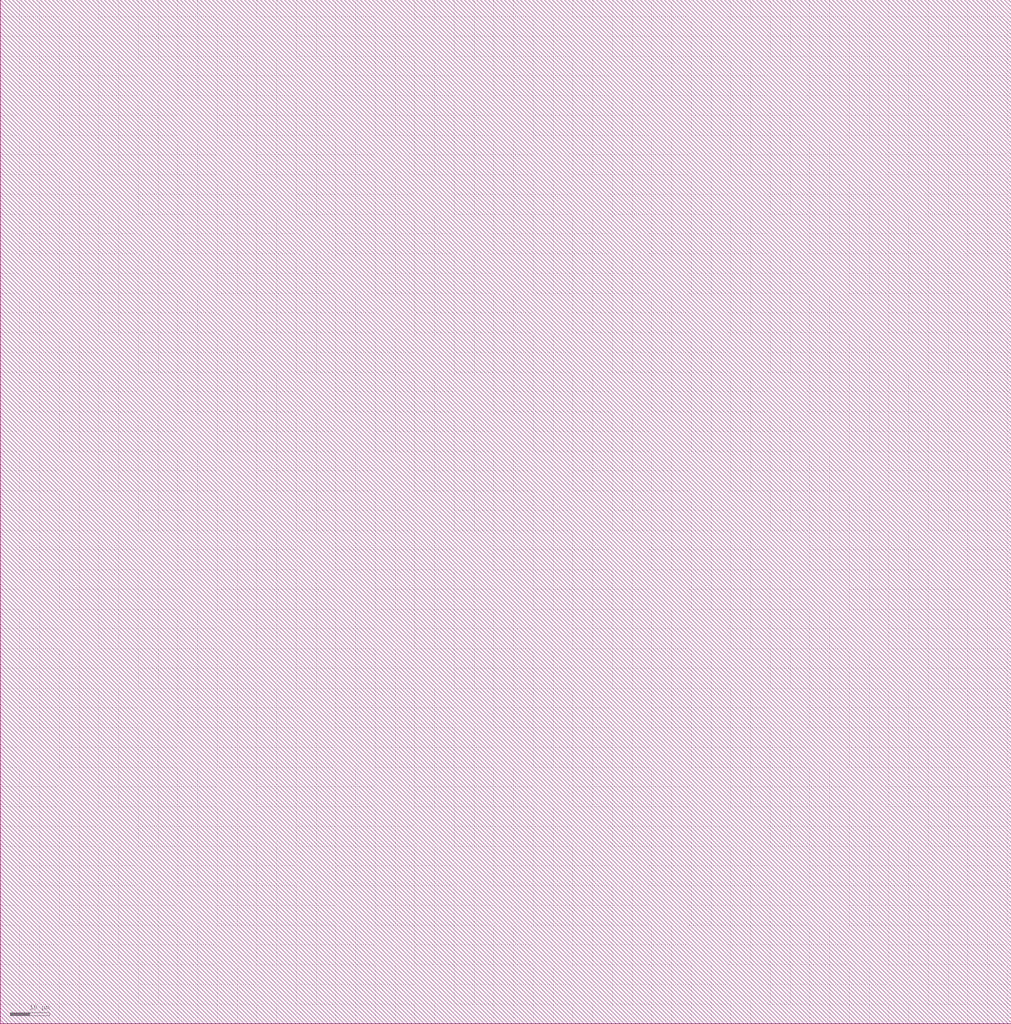
<source format=lef>
VERSION 5.6 ;

BUSBITCHARS "[]" ;

DIVIDERCHAR "/" ;

UNITS
    DATABASE MICRONS 1000 ;
END UNITS

MANUFACTURINGGRID 0.005000 ; 

CLEARANCEMEASURE EUCLIDEAN ; 

USEMINSPACING OBS ON ; 

SITE CoreSite
    CLASS CORE ;
    SIZE 0.540000 BY 0.900000 ;
END CoreSite

LAYER m1
   TYPE ROUTING ;
   DIRECTION VERTICAL ;
   MINWIDTH 0.270000 ;
   WIDTH 0.270000 ;
   SPACINGTABLE
      PARALLELRUNLENGTH 0.0
      WIDTH 0.0 0.270000 ;
   PITCH 0.540000 0.540000 ;
END m1

LAYER v1
    TYPE CUT ;
    SPACING 0.270000 ;
    WIDTH 0.270000 ;
    ENCLOSURE ABOVE 0.090000 0.090000 ;
    ENCLOSURE BELOW 0.090000 0.090000 ;
END v1

LAYER m2
   TYPE ROUTING ;
   DIRECTION HORIZONTAL ;
   MINWIDTH 0.450000 ;
   WIDTH 0.450000 ;
   SPACINGTABLE
      PARALLELRUNLENGTH 0.0
      WIDTH 0.0 0.450000 ;
   PITCH 0.900000 0.900000 ;
END m2

LAYER v2
    TYPE CUT ;
    SPACING 0.270000 ;
    WIDTH 0.270000 ;
    ENCLOSURE ABOVE 0.090000 0.090000 ;
    ENCLOSURE BELOW 0.090000 0.090000 ;
END v2

LAYER m3
   TYPE ROUTING ;
   DIRECTION VERTICAL ;
   MINWIDTH 0.450000 ;
   WIDTH 0.450000 ;
   SPACINGTABLE
      PARALLELRUNLENGTH 0.0
      WIDTH 0.0 0.450000 ;
   PITCH 0.900000 0.900000 ;
END m3

LAYER v3
    TYPE CUT ;
    SPACING 0.270000 ;
    WIDTH 0.270000 ;
    ENCLOSURE ABOVE 0.090000 0.090000 ;
    ENCLOSURE BELOW 0.090000 0.090000 ;
END v3

LAYER m4
   TYPE ROUTING ;
   DIRECTION HORIZONTAL ;
   MINWIDTH 0.450000 ;
   WIDTH 0.450000 ;
   SPACINGTABLE
      PARALLELRUNLENGTH 0.0
      WIDTH 0.0 0.450000 ;
   PITCH 0.900000 0.900000 ;
END m4

LAYER v4
    TYPE CUT ;
    SPACING 0.270000 ;
    WIDTH 0.270000 ;
    ENCLOSURE ABOVE 0.090000 0.090000 ;
    ENCLOSURE BELOW 0.090000 0.090000 ;
END v4

LAYER m5
   TYPE ROUTING ;
   DIRECTION VERTICAL ;
   MINWIDTH 0.450000 ;
   WIDTH 0.450000 ;
   SPACINGTABLE
      PARALLELRUNLENGTH 0.0
      WIDTH 0.0 0.450000 ;
   PITCH 0.900000 0.900000 ;
END m5

LAYER v5
    TYPE CUT ;
    SPACING 0.270000 ;
    WIDTH 0.270000 ;
    ENCLOSURE ABOVE 0.090000 0.090000 ;
    ENCLOSURE BELOW 0.090000 0.090000 ;
END v5

LAYER m6
   TYPE ROUTING ;
   DIRECTION HORIZONTAL ;
   MINWIDTH 0.450000 ;
   WIDTH 0.450000 ;
   SPACINGTABLE
      PARALLELRUNLENGTH 0.0
      WIDTH 0.0 0.450000 ;
   PITCH 0.900000 0.900000 ;
END m6

LAYER OVERLAP
   TYPE OVERLAP ;
END OVERLAP

VIA v1_C DEFAULT
   LAYER m1 ;
     RECT -0.225000 -0.225000 0.225000 0.225000 ;
   LAYER v1 ;
     RECT -0.135000 -0.135000 0.135000 0.135000 ;
   LAYER m2 ;
     RECT -0.225000 -0.225000 0.225000 0.225000 ;
END v1_C

VIA v1_Ch
   LAYER m1 ;
     RECT -0.225000 -0.225000 0.225000 0.225000 ;
   LAYER v1 ;
     RECT -0.135000 -0.135000 0.135000 0.135000 ;
   LAYER m2 ;
     RECT -0.225000 -0.225000 0.225000 0.225000 ;
END v1_Ch

VIA v1_Cv
   LAYER m1 ;
     RECT -0.225000 -0.225000 0.225000 0.225000 ;
   LAYER v1 ;
     RECT -0.135000 -0.135000 0.135000 0.135000 ;
   LAYER m2 ;
     RECT -0.225000 -0.225000 0.225000 0.225000 ;
END v1_Cv

VIA v2_C DEFAULT
   LAYER m2 ;
     RECT -0.225000 -0.225000 0.225000 0.225000 ;
   LAYER v2 ;
     RECT -0.135000 -0.135000 0.135000 0.135000 ;
   LAYER m3 ;
     RECT -0.225000 -0.225000 0.225000 0.225000 ;
END v2_C

VIA v2_Ch
   LAYER m2 ;
     RECT -0.225000 -0.225000 0.225000 0.225000 ;
   LAYER v2 ;
     RECT -0.135000 -0.135000 0.135000 0.135000 ;
   LAYER m3 ;
     RECT -0.225000 -0.225000 0.225000 0.225000 ;
END v2_Ch

VIA v2_Cv
   LAYER m2 ;
     RECT -0.225000 -0.225000 0.225000 0.225000 ;
   LAYER v2 ;
     RECT -0.135000 -0.135000 0.135000 0.135000 ;
   LAYER m3 ;
     RECT -0.225000 -0.225000 0.225000 0.225000 ;
END v2_Cv

VIA v3_C DEFAULT
   LAYER m3 ;
     RECT -0.225000 -0.225000 0.225000 0.225000 ;
   LAYER v3 ;
     RECT -0.135000 -0.135000 0.135000 0.135000 ;
   LAYER m4 ;
     RECT -0.225000 -0.225000 0.225000 0.225000 ;
END v3_C

VIA v3_Ch
   LAYER m3 ;
     RECT -0.225000 -0.225000 0.225000 0.225000 ;
   LAYER v3 ;
     RECT -0.135000 -0.135000 0.135000 0.135000 ;
   LAYER m4 ;
     RECT -0.225000 -0.225000 0.225000 0.225000 ;
END v3_Ch

VIA v3_Cv
   LAYER m3 ;
     RECT -0.225000 -0.225000 0.225000 0.225000 ;
   LAYER v3 ;
     RECT -0.135000 -0.135000 0.135000 0.135000 ;
   LAYER m4 ;
     RECT -0.225000 -0.225000 0.225000 0.225000 ;
END v3_Cv

VIA v4_C DEFAULT
   LAYER m4 ;
     RECT -0.225000 -0.225000 0.225000 0.225000 ;
   LAYER v4 ;
     RECT -0.135000 -0.135000 0.135000 0.135000 ;
   LAYER m5 ;
     RECT -0.225000 -0.225000 0.225000 0.225000 ;
END v4_C

VIA v4_Ch
   LAYER m4 ;
     RECT -0.225000 -0.225000 0.225000 0.225000 ;
   LAYER v4 ;
     RECT -0.135000 -0.135000 0.135000 0.135000 ;
   LAYER m5 ;
     RECT -0.225000 -0.225000 0.225000 0.225000 ;
END v4_Ch

VIA v4_Cv
   LAYER m4 ;
     RECT -0.225000 -0.225000 0.225000 0.225000 ;
   LAYER v4 ;
     RECT -0.135000 -0.135000 0.135000 0.135000 ;
   LAYER m5 ;
     RECT -0.225000 -0.225000 0.225000 0.225000 ;
END v4_Cv

VIA v5_C DEFAULT
   LAYER m5 ;
     RECT -0.225000 -0.225000 0.225000 0.225000 ;
   LAYER v5 ;
     RECT -0.135000 -0.135000 0.135000 0.135000 ;
   LAYER m6 ;
     RECT -0.225000 -0.225000 0.225000 0.225000 ;
END v5_C

VIA v5_Ch
   LAYER m5 ;
     RECT -0.225000 -0.225000 0.225000 0.225000 ;
   LAYER v5 ;
     RECT -0.135000 -0.135000 0.135000 0.135000 ;
   LAYER m6 ;
     RECT -0.225000 -0.225000 0.225000 0.225000 ;
END v5_Ch

VIA v5_Cv
   LAYER m5 ;
     RECT -0.225000 -0.225000 0.225000 0.225000 ;
   LAYER v5 ;
     RECT -0.135000 -0.135000 0.135000 0.135000 ;
   LAYER m6 ;
     RECT -0.225000 -0.225000 0.225000 0.225000 ;
END v5_Cv

MACRO _0_0std_0_0cells_0_0AND2X1
    CLASS CORE ;
    FOREIGN _0_0std_0_0cells_0_0AND2X1 0.000000 0.000000 ;
    ORIGIN 0.000000 0.000000 ;
    SIZE 4.320000 BY 7.200000 ;
    SYMMETRY X Y ;
    SITE CoreSite ;
    PIN A
        DIRECTION INPUT ;
        USE SIGNAL ;
        PORT
        LAYER m1 ;
        RECT 0.540000 6.030000 0.810000 6.300000 ;
        RECT 0.540000 5.940000 0.900000 6.030000 ;
        RECT 0.540000 5.760000 0.630000 5.940000 ;
        RECT 0.540000 5.670000 0.900000 5.760000 ;
        RECT 0.630000 5.760000 0.810000 5.940000 ;
        RECT 0.810000 5.760000 0.900000 5.940000 ;
        END
        ANTENNAGATEAREA 0.291600 ;
    END A
    PIN B
        DIRECTION INPUT ;
        USE SIGNAL ;
        PORT
        LAYER m1 ;
        RECT 2.610000 6.030000 2.970000 6.120000 ;
        RECT 2.610000 5.850000 2.700000 6.030000 ;
        RECT 2.610000 5.760000 2.970000 5.850000 ;
        RECT 2.700000 6.120000 2.970000 6.300000 ;
        RECT 2.700000 5.850000 2.880000 6.030000 ;
        RECT 2.880000 5.850000 2.970000 6.030000 ;
        END
        ANTENNAGATEAREA 0.291600 ;
    END B
    PIN Y
        DIRECTION OUTPUT ;
        USE SIGNAL ;
        PORT
        LAYER m1 ;
        RECT 2.700000 0.990000 2.970000 1.980000 ;
        RECT 2.700000 1.980000 3.060000 2.520000 ;
        RECT 2.700000 2.520000 2.790000 2.700000 ;
        RECT 2.790000 2.520000 2.970000 2.700000 ;
        RECT 2.970000 2.520000 3.060000 2.700000 ;
        RECT 2.700000 4.590000 3.060000 4.680000 ;
        RECT 2.700000 4.410000 2.790000 4.590000 ;
        RECT 2.700000 4.320000 3.060000 4.410000 ;
        RECT 2.700000 2.790000 2.970000 4.320000 ;
        RECT 2.700000 2.700000 3.060000 2.790000 ;
        RECT 2.790000 4.410000 2.970000 4.590000 ;
        RECT 2.970000 4.410000 3.060000 4.590000 ;
        END
        ANTENNADIFFAREA 0.631800 ;
    END Y
    PIN Vdd
        DIRECTION INPUT ;
        USE POWER ;
        PORT
        LAYER m1 ;
        RECT 0.720000 4.950000 1.080000 5.040000 ;
        RECT 0.720000 4.770000 0.810000 4.950000 ;
        RECT 0.720000 4.680000 1.080000 4.770000 ;
        RECT 0.810000 5.130000 2.250000 5.400000 ;
        RECT 0.810000 5.040000 1.080000 5.130000 ;
        RECT 0.810000 4.770000 0.990000 4.950000 ;
        RECT 0.990000 4.770000 1.080000 4.950000 ;
        RECT 1.350000 5.760000 1.890000 6.030000 ;
        RECT 1.350000 5.400000 1.620000 5.760000 ;
        RECT 1.620000 6.030000 1.890000 6.300000 ;
        RECT 1.980000 5.040000 2.250000 5.130000 ;
        RECT 1.980000 4.950000 2.340000 5.040000 ;
        RECT 1.980000 4.770000 2.070000 4.950000 ;
        RECT 1.980000 4.680000 2.340000 4.770000 ;
        RECT 2.070000 4.770000 2.250000 4.950000 ;
        RECT 2.250000 4.770000 2.340000 4.950000 ;
        END
        ANTENNADIFFAREA 0.777600 ;
    END Vdd
    PIN GND
        DIRECTION INPUT ;
        USE GROUND ;
        PORT
        LAYER m1 ;
        RECT 1.980000 2.520000 2.430000 2.610000 ;
        RECT 1.980000 2.880000 2.430000 2.970000 ;
        RECT 1.980000 2.610000 2.070000 2.880000 ;
        RECT 2.070000 2.790000 2.340000 2.880000 ;
        RECT 2.070000 2.610000 2.160000 2.790000 ;
        RECT 2.160000 2.610000 2.340000 2.790000 ;
        RECT 3.330000 2.610000 3.420000 2.880000 ;
        RECT 3.330000 2.520000 3.780000 2.610000 ;
        RECT 2.340000 2.610000 2.430000 2.880000 ;
        RECT 3.420000 2.610000 3.690000 2.880000 ;
        RECT 3.690000 2.610000 3.780000 2.880000 ;
        RECT 3.510000 6.030000 4.050000 6.300000 ;
        RECT 3.330000 2.880000 3.780000 2.970000 ;
        RECT 3.510000 2.970000 3.780000 6.030000 ;
        LAYER v1 ;
        RECT 2.070000 2.790000 2.340000 2.880000 ;
        RECT 2.070000 2.610000 2.160000 2.790000 ;
        RECT 2.160000 2.610000 2.340000 2.790000 ;
        RECT 3.420000 2.610000 3.690000 2.880000 ;
        LAYER m2 ;
        RECT 1.980000 2.880000 3.780000 2.970000 ;
        RECT 1.980000 2.610000 2.070000 2.880000 ;
        RECT 1.980000 2.520000 3.780000 2.610000 ;
        RECT 2.070000 2.790000 2.340000 2.880000 ;
        RECT 2.070000 2.610000 2.160000 2.790000 ;
        RECT 2.160000 2.610000 2.340000 2.790000 ;
        RECT 2.340000 2.610000 3.420000 2.880000 ;
        RECT 3.420000 2.610000 3.690000 2.880000 ;
        RECT 3.690000 2.610000 3.780000 2.880000 ;
        END
        ANTENNADIFFAREA 0.405000 ;
    END GND
    OBS
        LAYER m1 ;
        RECT 0.360000 1.350000 0.720000 1.440000 ;
        RECT 0.360000 1.170000 0.450000 1.350000 ;
        RECT 0.360000 1.080000 0.720000 1.170000 ;
        RECT 0.450000 1.440000 0.990000 1.710000 ;
        RECT 0.450000 1.170000 0.630000 1.350000 ;
        RECT 0.630000 1.170000 0.720000 1.350000 ;
        RECT 0.630000 1.710000 0.990000 1.800000 ;
        RECT 0.720000 2.790000 1.080000 2.880000 ;
        RECT 0.720000 2.610000 0.810000 2.790000 ;
        RECT 0.720000 2.520000 1.080000 2.610000 ;
        RECT 0.720000 1.800000 0.990000 2.520000 ;
        RECT 0.810000 4.140000 1.710000 4.410000 ;
        RECT 0.810000 2.880000 1.080000 4.140000 ;
        RECT 0.810000 2.610000 0.990000 2.790000 ;
        RECT 0.990000 2.610000 1.080000 2.790000 ;
        RECT 1.350000 4.590000 1.710000 4.680000 ;
        RECT 1.350000 4.410000 1.440000 4.590000 ;
        RECT 1.440000 4.410000 1.620000 4.590000 ;
        RECT 1.620000 4.410000 1.710000 4.590000 ;
    END
END _0_0std_0_0cells_0_0AND2X1

MACRO welltap_svt
    CLASS CORE WELLTAP ;
    FOREIGN welltap_svt 0.000000 0.000000 ;
    ORIGIN 0.000000 0.000000 ;
    SIZE 1.620000 BY 2.700000 ;
    SYMMETRY X Y ;
    SITE CoreSite ;
    PIN Vdd
        DIRECTION INPUT ;
        USE POWER ;
        PORT
        LAYER m1 ;
        RECT 0.540000 1.530000 0.810000 1.710000 ;
        RECT 0.540000 1.350000 0.990000 1.530000 ;
        RECT 0.540000 1.170000 0.630000 1.350000 ;
        RECT 0.540000 1.080000 0.990000 1.170000 ;
        RECT 0.810000 1.170000 0.990000 1.350000 ;
        END
    END Vdd
    PIN GND
        DIRECTION INPUT ;
        USE GROUND ;
        PORT
        LAYER m1 ;
        RECT 0.540000 0.540000 0.990000 0.630000 ;
        RECT 0.540000 0.270000 0.630000 0.540000 ;
        RECT 0.540000 0.180000 0.990000 0.270000 ;
        RECT 0.900000 0.270000 0.990000 0.540000 ;
        END
    END GND
END welltap_svt

MACRO circuitppnp
   CLASS CORE ;
   FOREIGN circuitppnp 0.000000 0.000000 ;
   ORIGIN 0.000000 0.000000 ; 
   SIZE 255.960000 BY 259.200000 ; 
   SYMMETRY X Y ;
   SITE CoreSite ;
END circuitppnp

MACRO circuitwell
   CLASS CORE ;
   FOREIGN circuitwell 0.000000 0.000000 ;
   ORIGIN 0.000000 0.000000 ; 
   SIZE 255.960000 BY 259.200000 ; 
   SYMMETRY X Y ;
   SITE CoreSite ;
END circuitwell


</source>
